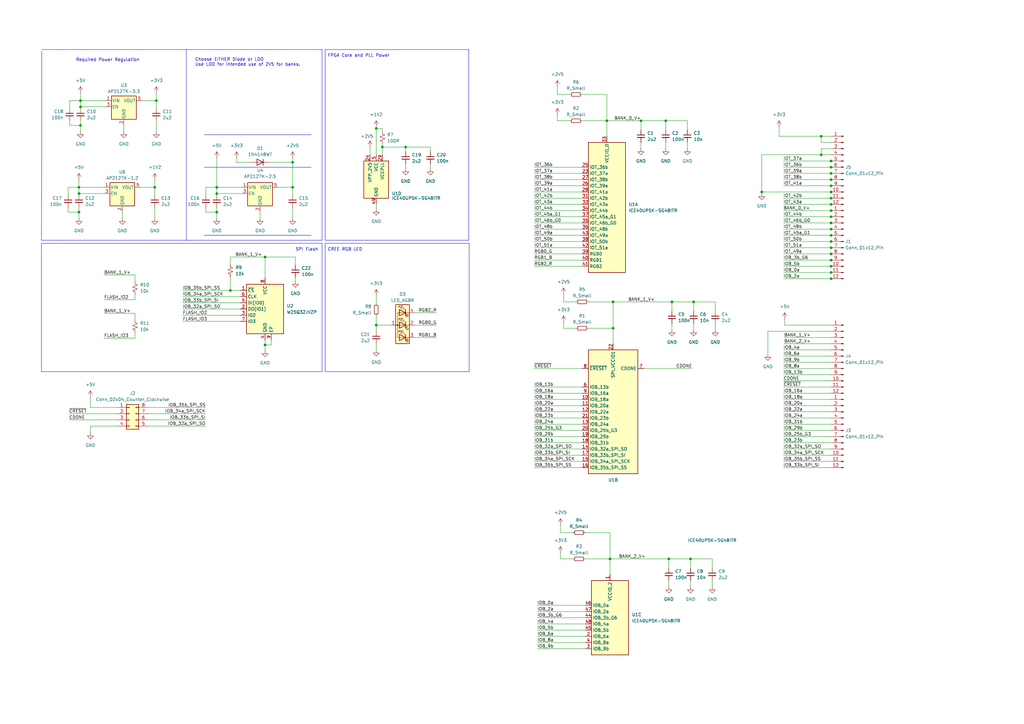
<source format=kicad_sch>
(kicad_sch (version 20230121) (generator eeschema)
  (paper "A3")
  (junction (at 248.92 49.53))
  (junction (at 250.19 229.235))
  (junction (at 166.37 60.325))
  (junction (at 88.9 79.375))
  (junction (at 33.02 43.815))
  (junction (at 32.385 76.835))
  (junction (at 32.385 79.375))
  (junction (at 32.385 86.995))
  (junction (at 108.712 141.478))
  (junction (at 340.868 86.36))
  (junction (at 312.42 78.74))
  (junction (at 340.868 81.28))
  (junction (at 340.868 68.58))
  (junction (at 336.804 63.5))
  (junction (at 274.32 229.235))
  (junction (at 340.868 71.12))
  (junction (at 88.9 86.995))
  (junction (at 33.02 41.275))
  (junction (at 340.868 78.74))
  (junction (at 262.89 49.53))
  (junction (at 340.868 106.68))
  (junction (at 94.488 119.126))
  (junction (at 284.48 123.825))
  (junction (at 64.135 41.275))
  (junction (at 340.868 76.2))
  (junction (at 273.05 49.53))
  (junction (at 251.46 123.825))
  (junction (at 340.868 73.66))
  (junction (at 275.59 123.825))
  (junction (at 340.868 91.44))
  (junction (at 340.868 66.04))
  (junction (at 340.868 99.06))
  (junction (at 120.015 76.835))
  (junction (at 340.868 111.76))
  (junction (at 88.9 76.835))
  (junction (at 340.868 104.14))
  (junction (at 340.868 96.52))
  (junction (at 156.845 60.325))
  (junction (at 340.868 101.6))
  (junction (at 63.5 76.835))
  (junction (at 283.21 229.235))
  (junction (at 154.305 52.705))
  (junction (at 340.868 114.3))
  (junction (at 340.868 83.82))
  (junction (at 154.305 133.35))
  (junction (at 33.02 51.435))
  (junction (at 120.015 66.548))
  (junction (at 340.868 109.22))
  (junction (at 340.868 88.9))
  (junction (at 340.868 93.98))
  (junction (at 108.712 105.41))
  (junction (at 251.46 134.62))
  (junction (at 336.804 55.88))
  (wire (pts (xy 274.32 233.045) (xy 274.32 229.235)))
  (wire (pts (xy 121.158 108.712) (xy 121.158 105.41)))
  (wire (pts (xy 108.712 105.41) (xy 108.712 114.046)))
  (wire (pts (xy 275.59 132.715) (xy 275.59 135.255)))
  (wire (pts (xy 166.37 67.31) (xy 166.37 69.215)))
  (wire (pts (xy 84.455 76.835) (xy 84.455 80.01)))
  (wire (pts (xy 219.075 86.36) (xy 238.76 86.36)))
  (wire (pts (xy 220.345 253.365) (xy 240.03 253.365)))
  (polyline (pts (xy 192.278 20.32) (xy 192.278 98.552)))
  (wire (pts (xy 33.02 51.435) (xy 33.02 53.975)))
  (wire (pts (xy 229.87 229.235) (xy 234.95 229.235)))
  (wire (pts (xy 88.9 76.835) (xy 88.9 79.375)))
  (wire (pts (xy 33.02 49.53) (xy 33.02 51.435)))
  (wire (pts (xy 238.76 49.53) (xy 248.92 49.53)))
  (wire (pts (xy 273.05 53.34) (xy 273.05 49.53)))
  (wire (pts (xy 340.868 83.82) (xy 340.995 83.82)))
  (wire (pts (xy 28.575 41.275) (xy 28.575 44.45)))
  (polyline (pts (xy 83.82 68.58) (xy 127.635 68.58)))
  (polyline (pts (xy 133.35 98.552) (xy 133.35 20.32)))
  (wire (pts (xy 219.075 99.06) (xy 238.76 99.06)))
  (wire (pts (xy 228.6 38.735) (xy 233.68 38.735)))
  (polyline (pts (xy 127.635 55.245) (xy 83.82 55.245)))
  (wire (pts (xy 170.18 128.27) (xy 179.07 128.27)))
  (wire (pts (xy 321.31 71.12) (xy 340.868 71.12)))
  (polyline (pts (xy 76.835 98.552) (xy 132.08 98.552)))
  (wire (pts (xy 321.31 158.75) (xy 340.868 158.75)))
  (wire (pts (xy 321.31 181.61) (xy 340.868 181.61)))
  (wire (pts (xy 84.328 169.672) (xy 60.706 169.672)))
  (wire (pts (xy 219.075 171.45) (xy 238.76 171.45)))
  (wire (pts (xy 154.305 140.97) (xy 154.305 143.51)))
  (wire (pts (xy 321.31 173.99) (xy 340.868 173.99)))
  (wire (pts (xy 321.31 171.45) (xy 340.868 171.45)))
  (wire (pts (xy 241.3 123.825) (xy 251.46 123.825)))
  (wire (pts (xy 251.46 123.825) (xy 275.59 123.825)))
  (wire (pts (xy 120.015 64.77) (xy 120.015 66.548)))
  (wire (pts (xy 340.868 114.3) (xy 340.995 114.3)))
  (wire (pts (xy 340.868 99.06) (xy 340.995 99.06)))
  (wire (pts (xy 231.14 132.08) (xy 231.14 134.62)))
  (wire (pts (xy 321.31 76.2) (xy 340.868 76.2)))
  (wire (pts (xy 340.868 104.14) (xy 340.995 104.14)))
  (wire (pts (xy 321.31 186.69) (xy 340.868 186.69)))
  (wire (pts (xy 108.712 141.478) (xy 108.712 143.764)))
  (wire (pts (xy 248.92 49.53) (xy 248.92 55.88)))
  (wire (pts (xy 321.31 99.06) (xy 340.868 99.06)))
  (wire (pts (xy 42.672 112.776) (xy 55.372 112.776)))
  (wire (pts (xy 33.02 41.275) (xy 43.18 41.275)))
  (wire (pts (xy 281.94 49.53) (xy 273.05 49.53)))
  (wire (pts (xy 219.075 81.28) (xy 238.76 81.28)))
  (wire (pts (xy 219.075 189.23) (xy 238.76 189.23)))
  (wire (pts (xy 88.9 86.995) (xy 88.9 89.535)))
  (wire (pts (xy 32.385 76.835) (xy 32.385 79.375)))
  (wire (pts (xy 336.804 63.5) (xy 340.868 63.5)))
  (wire (pts (xy 248.92 38.735) (xy 248.92 49.53)))
  (wire (pts (xy 154.305 52.705) (xy 154.305 63.5)))
  (wire (pts (xy 88.9 76.835) (xy 84.455 76.835)))
  (wire (pts (xy 88.9 64.77) (xy 88.9 76.835)))
  (wire (pts (xy 321.31 179.07) (xy 340.868 179.07)))
  (wire (pts (xy 151.765 60.325) (xy 151.765 63.5)))
  (polyline (pts (xy 132.08 20.32) (xy 24.765 20.32)))
  (wire (pts (xy 33.02 41.275) (xy 28.575 41.275)))
  (wire (pts (xy 154.305 133.35) (xy 154.305 135.89)))
  (wire (pts (xy 108.712 141.478) (xy 111.252 141.478)))
  (wire (pts (xy 32.385 79.375) (xy 42.545 79.375)))
  (wire (pts (xy 55.372 138.684) (xy 55.372 136.398)))
  (wire (pts (xy 219.075 161.29) (xy 238.76 161.29)))
  (wire (pts (xy 120.015 76.835) (xy 114.3 76.835)))
  (wire (pts (xy 219.075 176.53) (xy 238.76 176.53)))
  (wire (pts (xy 250.19 229.235) (xy 274.32 229.235)))
  (wire (pts (xy 106.68 86.995) (xy 106.68 89.535)))
  (wire (pts (xy 219.075 179.07) (xy 238.76 179.07)))
  (wire (pts (xy 84.328 172.212) (xy 60.706 172.212)))
  (wire (pts (xy 27.94 76.835) (xy 27.94 80.01)))
  (wire (pts (xy 219.075 93.98) (xy 238.76 93.98)))
  (wire (pts (xy 340.868 68.58) (xy 340.995 68.58)))
  (wire (pts (xy 321.31 176.53) (xy 340.868 176.53)))
  (wire (pts (xy 321.31 166.37) (xy 340.868 166.37)))
  (wire (pts (xy 88.9 85.09) (xy 88.9 86.995)))
  (wire (pts (xy 251.46 134.62) (xy 251.46 140.97)))
  (wire (pts (xy 42.672 138.684) (xy 55.372 138.684)))
  (polyline (pts (xy 17.018 98.552) (xy 24.892 98.552)))
  (wire (pts (xy 336.804 60.96) (xy 336.804 63.5)))
  (wire (pts (xy 262.89 53.34) (xy 262.89 49.53)))
  (wire (pts (xy 336.804 55.88) (xy 336.804 58.42)))
  (wire (pts (xy 219.075 106.68) (xy 238.76 106.68)))
  (wire (pts (xy 219.075 184.15) (xy 238.76 184.15)))
  (wire (pts (xy 340.868 135.89) (xy 314.96 135.89)))
  (wire (pts (xy 340.868 88.9) (xy 340.995 88.9)))
  (wire (pts (xy 32.385 86.995) (xy 32.385 89.535)))
  (wire (pts (xy 321.31 93.98) (xy 340.868 93.98)))
  (wire (pts (xy 321.31 83.82) (xy 340.868 83.82)))
  (wire (pts (xy 219.075 101.6) (xy 238.76 101.6)))
  (wire (pts (xy 340.868 106.68) (xy 340.995 106.68)))
  (wire (pts (xy 121.158 113.792) (xy 121.158 115.316)))
  (wire (pts (xy 64.135 41.275) (xy 58.42 41.275)))
  (wire (pts (xy 33.02 43.815) (xy 43.18 43.815)))
  (wire (pts (xy 273.05 49.53) (xy 262.89 49.53)))
  (polyline (pts (xy 17.018 152.4) (xy 17.018 99.822)))
  (wire (pts (xy 176.53 60.325) (xy 166.37 60.325)))
  (wire (pts (xy 321.31 161.29) (xy 340.868 161.29)))
  (wire (pts (xy 340.868 109.22) (xy 340.995 109.22)))
  (wire (pts (xy 176.53 67.31) (xy 176.53 69.215)))
  (wire (pts (xy 219.075 104.14) (xy 238.76 104.14)))
  (wire (pts (xy 55.372 128.524) (xy 55.372 131.318)))
  (wire (pts (xy 340.868 71.12) (xy 340.995 71.12)))
  (wire (pts (xy 240.03 229.235) (xy 250.19 229.235)))
  (polyline (pts (xy 133.35 99.822) (xy 192.405 99.822)))
  (wire (pts (xy 220.345 255.905) (xy 240.03 255.905)))
  (polyline (pts (xy 133.35 99.822) (xy 133.35 152.4)))
  (wire (pts (xy 231.14 134.62) (xy 236.22 134.62)))
  (wire (pts (xy 120.015 66.548) (xy 120.015 76.835)))
  (wire (pts (xy 321.31 163.83) (xy 340.868 163.83)))
  (wire (pts (xy 312.42 63.5) (xy 312.42 78.74)))
  (wire (pts (xy 28.321 172.212) (xy 48.006 172.212)))
  (wire (pts (xy 84.455 85.09) (xy 84.455 86.995)))
  (wire (pts (xy 37.084 162.814) (xy 37.084 167.132)))
  (wire (pts (xy 340.868 91.44) (xy 340.995 91.44)))
  (wire (pts (xy 231.14 123.825) (xy 236.22 123.825)))
  (wire (pts (xy 273.05 58.42) (xy 273.05 60.96)))
  (wire (pts (xy 340.868 93.98) (xy 340.995 93.98)))
  (wire (pts (xy 219.075 71.12) (xy 238.76 71.12)))
  (wire (pts (xy 250.19 229.235) (xy 250.19 235.585)))
  (wire (pts (xy 340.868 73.66) (xy 340.995 73.66)))
  (wire (pts (xy 321.31 151.13) (xy 340.868 151.13)))
  (wire (pts (xy 321.31 146.05) (xy 340.868 146.05)))
  (wire (pts (xy 219.075 151.13) (xy 238.76 151.13)))
  (wire (pts (xy 251.46 123.825) (xy 251.46 134.62)))
  (wire (pts (xy 321.31 73.66) (xy 340.868 73.66)))
  (wire (pts (xy 50.8 51.435) (xy 50.8 53.975)))
  (wire (pts (xy 219.075 186.69) (xy 238.76 186.69)))
  (wire (pts (xy 27.94 86.995) (xy 32.385 86.995)))
  (wire (pts (xy 50.165 86.995) (xy 50.165 89.535)))
  (wire (pts (xy 321.31 68.58) (xy 340.868 68.58)))
  (wire (pts (xy 156.845 60.325) (xy 156.845 63.5)))
  (wire (pts (xy 274.32 238.125) (xy 274.32 240.665)))
  (wire (pts (xy 250.19 218.44) (xy 250.19 229.235)))
  (wire (pts (xy 37.084 174.752) (xy 48.006 174.752)))
  (wire (pts (xy 32.385 76.835) (xy 42.545 76.835)))
  (wire (pts (xy 219.075 181.61) (xy 238.76 181.61)))
  (polyline (pts (xy 132.08 152.4) (xy 17.018 152.4)))
  (wire (pts (xy 219.075 78.74) (xy 238.76 78.74)))
  (wire (pts (xy 275.59 127.635) (xy 275.59 123.825)))
  (wire (pts (xy 33.02 41.275) (xy 33.02 43.815)))
  (wire (pts (xy 312.42 78.74) (xy 340.868 78.74)))
  (wire (pts (xy 321.31 168.91) (xy 340.868 168.91)))
  (wire (pts (xy 284.48 127.635) (xy 284.48 123.825)))
  (wire (pts (xy 229.87 218.44) (xy 234.95 218.44)))
  (polyline (pts (xy 24.892 98.552) (xy 76.454 98.552)))
  (wire (pts (xy 154.305 52.705) (xy 156.845 52.705)))
  (wire (pts (xy 219.075 109.22) (xy 238.76 109.22)))
  (wire (pts (xy 32.385 85.09) (xy 32.385 86.995)))
  (wire (pts (xy 154.305 83.82) (xy 154.305 85.725)))
  (wire (pts (xy 111.252 139.446) (xy 111.252 141.478)))
  (wire (pts (xy 220.345 248.285) (xy 240.03 248.285)))
  (wire (pts (xy 293.37 132.715) (xy 293.37 135.255)))
  (wire (pts (xy 340.868 58.42) (xy 336.804 58.42)))
  (wire (pts (xy 84.455 86.995) (xy 88.9 86.995)))
  (wire (pts (xy 219.075 96.52) (xy 238.76 96.52)))
  (wire (pts (xy 32.385 79.375) (xy 32.385 80.01)))
  (wire (pts (xy 321.31 66.04) (xy 340.868 66.04)))
  (wire (pts (xy 166.37 62.23) (xy 166.37 60.325)))
  (wire (pts (xy 219.075 88.9) (xy 238.76 88.9)))
  (wire (pts (xy 321.31 156.21) (xy 340.868 156.21)))
  (wire (pts (xy 238.76 38.735) (xy 248.92 38.735)))
  (wire (pts (xy 284.48 132.715) (xy 284.48 135.255)))
  (wire (pts (xy 27.94 85.09) (xy 27.94 86.995)))
  (wire (pts (xy 340.868 81.28) (xy 340.995 81.28)))
  (wire (pts (xy 97.028 66.548) (xy 97.028 64.77)))
  (wire (pts (xy 84.328 174.752) (xy 60.706 174.752)))
  (wire (pts (xy 340.868 96.52) (xy 340.995 96.52)))
  (wire (pts (xy 219.075 91.44) (xy 238.76 91.44)))
  (wire (pts (xy 281.94 58.42) (xy 281.94 60.96)))
  (wire (pts (xy 102.87 66.548) (xy 97.028 66.548)))
  (wire (pts (xy 314.96 135.89) (xy 314.96 145.288)))
  (polyline (pts (xy 76.454 98.552) (xy 76.962 98.552)))
  (wire (pts (xy 156.845 53.975) (xy 156.845 52.705)))
  (wire (pts (xy 220.345 258.445) (xy 240.03 258.445)))
  (wire (pts (xy 108.712 139.446) (xy 108.712 141.478)))
  (wire (pts (xy 42.672 122.936) (xy 55.372 122.936)))
  (wire (pts (xy 312.42 78.74) (xy 312.42 79.375)))
  (wire (pts (xy 229.87 226.695) (xy 229.87 229.235)))
  (wire (pts (xy 321.31 88.9) (xy 340.868 88.9)))
  (wire (pts (xy 321.818 133.35) (xy 340.868 133.35)))
  (wire (pts (xy 74.93 119.126) (xy 94.488 119.126)))
  (wire (pts (xy 120.015 85.09) (xy 120.015 89.535)))
  (wire (pts (xy 28.321 169.672) (xy 48.006 169.672)))
  (wire (pts (xy 321.31 111.76) (xy 340.868 111.76)))
  (wire (pts (xy 98.552 119.126) (xy 94.488 119.126)))
  (wire (pts (xy 321.31 189.23) (xy 340.868 189.23)))
  (wire (pts (xy 240.03 218.44) (xy 250.19 218.44)))
  (wire (pts (xy 219.075 73.66) (xy 238.76 73.66)))
  (wire (pts (xy 293.37 127.635) (xy 293.37 123.825)))
  (wire (pts (xy 283.21 229.235) (xy 292.1 229.235)))
  (wire (pts (xy 37.084 177.546) (xy 37.084 174.752)))
  (polyline (pts (xy 192.405 152.4) (xy 192.405 99.822)))
  (wire (pts (xy 55.372 122.936) (xy 55.372 120.65)))
  (wire (pts (xy 219.075 191.77) (xy 238.76 191.77)))
  (polyline (pts (xy 17.018 99.822) (xy 132.08 99.822)))
  (wire (pts (xy 228.6 49.53) (xy 233.68 49.53)))
  (wire (pts (xy 32.385 73.66) (xy 32.385 76.835)))
  (wire (pts (xy 63.5 76.835) (xy 63.5 80.01)))
  (wire (pts (xy 321.31 104.14) (xy 340.868 104.14)))
  (polyline (pts (xy 132.08 98.552) (xy 132.08 20.32)))
  (polyline (pts (xy 83.82 96.52) (xy 127.635 96.52)))
  (polyline (pts (xy 132.08 99.822) (xy 132.08 152.4)))
  (wire (pts (xy 166.37 60.325) (xy 156.845 60.325)))
  (wire (pts (xy 321.31 101.6) (xy 340.868 101.6)))
  (wire (pts (xy 219.075 83.82) (xy 238.76 83.82)))
  (wire (pts (xy 321.31 153.67) (xy 340.868 153.67)))
  (wire (pts (xy 283.21 229.235) (xy 274.32 229.235)))
  (wire (pts (xy 219.075 68.58) (xy 238.76 68.58)))
  (wire (pts (xy 228.6 35.56) (xy 228.6 38.735)))
  (polyline (pts (xy 133.35 98.552) (xy 192.278 98.552)))
  (polyline (pts (xy 133.35 20.32) (xy 192.278 20.32)))
  (wire (pts (xy 220.345 260.985) (xy 240.03 260.985)))
  (polyline (pts (xy 17.145 20.32) (xy 24.765 20.32)))
  (wire (pts (xy 154.305 121.285) (xy 154.305 124.46)))
  (wire (pts (xy 340.868 101.6) (xy 340.995 101.6)))
  (wire (pts (xy 319.532 55.88) (xy 336.804 55.88)))
  (wire (pts (xy 120.015 76.835) (xy 120.015 80.01)))
  (wire (pts (xy 321.564 140.97) (xy 340.868 140.97)))
  (polyline (pts (xy 133.35 152.4) (xy 192.405 152.4)))
  (wire (pts (xy 231.14 120.65) (xy 231.14 123.825)))
  (wire (pts (xy 321.31 109.22) (xy 340.868 109.22)))
  (wire (pts (xy 321.31 96.52) (xy 340.868 96.52)))
  (wire (pts (xy 154.305 129.54) (xy 154.305 133.35)))
  (wire (pts (xy 321.31 106.68) (xy 340.868 106.68)))
  (wire (pts (xy 340.868 76.2) (xy 340.995 76.2)))
  (wire (pts (xy 154.305 52.07) (xy 154.305 52.705)))
  (wire (pts (xy 64.135 38.1) (xy 64.135 41.275)))
  (wire (pts (xy 154.305 133.35) (xy 160.02 133.35)))
  (wire (pts (xy 74.93 121.666) (xy 98.552 121.666)))
  (wire (pts (xy 321.31 191.77) (xy 340.868 191.77)))
  (wire (pts (xy 220.345 266.065) (xy 240.03 266.065)))
  (polyline (pts (xy 76.454 20.193) (xy 76.454 98.552)))
  (wire (pts (xy 74.93 126.746) (xy 98.552 126.746)))
  (wire (pts (xy 74.93 129.286) (xy 98.552 129.286)))
  (wire (pts (xy 94.488 105.41) (xy 94.488 108.458)))
  (wire (pts (xy 94.488 105.41) (xy 108.712 105.41)))
  (wire (pts (xy 88.9 79.375) (xy 99.06 79.375)))
  (wire (pts (xy 321.31 86.36) (xy 340.868 86.36)))
  (wire (pts (xy 321.31 143.51) (xy 340.868 143.51)))
  (wire (pts (xy 110.49 66.548) (xy 120.015 66.548)))
  (wire (pts (xy 33.02 38.1) (xy 33.02 41.275)))
  (wire (pts (xy 284.48 123.825) (xy 293.37 123.825)))
  (wire (pts (xy 74.93 124.206) (xy 98.552 124.206)))
  (wire (pts (xy 219.075 158.75) (xy 238.76 158.75)))
  (wire (pts (xy 63.5 76.835) (xy 57.785 76.835)))
  (wire (pts (xy 88.9 76.835) (xy 99.06 76.835)))
  (wire (pts (xy 283.21 233.045) (xy 283.21 229.235)))
  (wire (pts (xy 63.5 85.09) (xy 63.5 89.535)))
  (wire (pts (xy 229.87 215.265) (xy 229.87 218.44)))
  (wire (pts (xy 262.89 58.42) (xy 262.89 60.96)))
  (wire (pts (xy 336.804 55.88) (xy 340.868 55.88)))
  (wire (pts (xy 219.075 163.83) (xy 238.76 163.83)))
  (wire (pts (xy 283.21 238.125) (xy 283.21 240.665)))
  (wire (pts (xy 220.345 263.525) (xy 240.03 263.525)))
  (wire (pts (xy 60.706 167.132) (xy 84.328 167.132)))
  (wire (pts (xy 176.53 62.23) (xy 176.53 60.325)))
  (wire (pts (xy 340.868 111.76) (xy 340.995 111.76)))
  (wire (pts (xy 340.868 60.96) (xy 336.804 60.96)))
  (wire (pts (xy 321.564 138.43) (xy 340.868 138.43)))
  (wire (pts (xy 219.075 166.37) (xy 238.76 166.37)))
  (wire (pts (xy 64.135 49.53) (xy 64.135 53.975)))
  (wire (pts (xy 321.31 81.28) (xy 340.868 81.28)))
  (wire (pts (xy 292.1 233.045) (xy 292.1 229.235)))
  (wire (pts (xy 292.1 238.125) (xy 292.1 240.665)))
  (wire (pts (xy 28.575 51.435) (xy 33.02 51.435)))
  (wire (pts (xy 228.6 46.99) (xy 228.6 49.53)))
  (wire (pts (xy 170.18 138.43) (xy 179.07 138.43)))
  (wire (pts (xy 321.31 91.44) (xy 340.868 91.44)))
  (wire (pts (xy 340.868 86.36) (xy 340.995 86.36)))
  (wire (pts (xy 336.804 63.5) (xy 312.42 63.5)))
  (wire (pts (xy 219.075 173.99) (xy 238.76 173.99)))
  (wire (pts (xy 219.075 168.91) (xy 238.76 168.91)))
  (wire (pts (xy 63.5 73.66) (xy 63.5 76.835)))
  (wire (pts (xy 262.89 49.53) (xy 248.92 49.53)))
  (wire (pts (xy 32.385 76.835) (xy 27.94 76.835)))
  (wire (pts (xy 64.135 41.275) (xy 64.135 44.45)))
  (wire (pts (xy 284.48 123.825) (xy 275.59 123.825)))
  (wire (pts (xy 170.18 133.35) (xy 179.07 133.35)))
  (wire (pts (xy 28.575 49.53) (xy 28.575 51.435)))
  (wire (pts (xy 121.158 105.41) (xy 108.712 105.41)))
  (wire (pts (xy 42.672 128.524) (xy 55.372 128.524)))
  (wire (pts (xy 340.868 78.74) (xy 340.995 78.74)))
  (wire (pts (xy 55.372 112.776) (xy 55.372 115.57)))
  (wire (pts (xy 220.345 250.825) (xy 240.03 250.825)))
  (polyline (pts (xy 17.145 21.082) (xy 17.018 98.552)))
  (wire (pts (xy 321.31 184.15) (xy 340.868 184.15)))
  (wire (pts (xy 283.845 151.13) (xy 264.16 151.13)))
  (wire (pts (xy 281.94 53.34) (xy 281.94 49.53)))
  (wire (pts (xy 321.31 114.3) (xy 340.868 114.3)))
  (wire (pts (xy 33.02 43.815) (xy 33.02 44.45)))
  (wire (pts (xy 88.9 79.375) (xy 88.9 80.01)))
  (wire (pts (xy 321.31 148.59) (xy 340.868 148.59)))
  (wire (pts (xy 219.075 76.2) (xy 238.76 76.2)))
  (wire (pts (xy 321.818 130.81) (xy 321.818 133.35)))
  (wire (pts (xy 74.93 131.826) (xy 98.552 131.826)))
  (wire (pts (xy 241.3 134.62) (xy 251.46 134.62)))
  (wire (pts (xy 319.532 52.07) (xy 319.532 55.88)))
  (wire (pts (xy 156.845 59.055) (xy 156.845 60.325)))
  (wire (pts (xy 340.868 66.04) (xy 340.995 66.04)))
  (wire (pts (xy 37.084 167.132) (xy 48.006 167.132)))
  (wire (pts (xy 94.488 119.126) (xy 94.488 113.538)))
  (text "Choose EITHER Diode or LDO\nUse LDO for intended use of 2V5 for banks." (at 80.01 27.305 0) (effects (font (size 1.27 1.27)) (justify left bottom)))
  (text "Required Power Regulation" (at 31.115 25.4 0) (effects (font (size 1.27 1.27)) (justify left bottom)))
  (text "CREE RGB LED" (at 134.366 103.124 0) (effects (font (size 1.27 1.27)) (justify left bottom)))
  (text "FPGA Core and PLL Power" (at 134.366 23.622 0) (effects (font (size 1.27 1.27)) (justify left bottom)))
  (text "SPI Flash" (at 121.158 103.124 0) (effects (font (size 1.27 1.27)) (justify left bottom)))
  (label "IOB_32a_SPI_SO" (at 84.328 174.752 180))
  (label "IOT_39a" (at 321.31 71.12 0))
  (label "IOB_0a" (at 220.345 248.285 0))
  (label "IOB_25b_G3" (at 219.075 176.53 0))
  (label "RGB1_B" (at 219.075 106.68 0))
  (label "IOB_34a_SPI_SCK" (at 84.328 169.672 180))
  (label "IOB_3b_G6" (at 220.345 253.365 0))
  (label "IOT_49a" (at 321.31 104.14 0))
  (label "IOT_46b_G0" (at 321.31 91.44 0))
  (label "CDONE" (at 283.845 151.13 180))
  (label "IOB_34a_SPI_SCK" (at 219.075 189.23 0))
  (label "IOT_48b" (at 321.31 93.98 0))
  (label "IOB_20a" (at 321.31 166.37 0))
  (label "IOB_0a" (at 321.31 111.76 0))
  (label "IOB_32a_SPI_SO" (at 74.93 126.746 0))
  (label "IOB_32a_SPI_SO" (at 321.31 184.15 0))
  (label "FLASH_IO2" (at 74.93 129.286 0))
  (label "IOT_44b" (at 219.075 86.36 0))
  (label "IOB_35b_SPI_SS" (at 84.328 167.132 180))
  (label "IOT_41a" (at 219.075 78.74 0))
  (label "IOB_33b_SPI_SI" (at 219.075 186.69 0))
  (label "IOB_23b" (at 321.31 181.61 0))
  (label "IOB_6a" (at 321.31 146.05 0))
  (label "IOB_4a" (at 321.31 143.51 0))
  (label "IOT_42b" (at 219.075 81.28 0))
  (label "IOB_13b" (at 321.31 153.67 0))
  (label "IOB_23b" (at 219.075 171.45 0))
  (label "IOB_31b" (at 321.31 173.99 0))
  (label "IOB_2a" (at 321.31 114.3 0))
  (label "IOT_51a" (at 321.31 101.6 0))
  (label "BANK_1_V+" (at 268.605 123.825 180))
  (label "IOB_34a_SPI_SCK" (at 321.31 186.69 0))
  (label "IOB_32a_SPI_SO" (at 219.075 184.15 0))
  (label "IOB_31b" (at 219.075 181.61 0))
  (label "IOT_37a" (at 219.075 71.12 0))
  (label "IOT_37a" (at 321.31 66.04 0))
  (label "IOB_8a" (at 321.31 151.13 0))
  (label "IOT_38b" (at 321.31 73.66 0))
  (label "FLASH_IO3" (at 74.93 131.826 0))
  (label "IOT_51a" (at 219.075 101.6 0))
  (label "BANK_1_V+" (at 321.564 138.43 0))
  (label "IOT_43a" (at 321.31 83.82 0))
  (label "IOB_8a" (at 220.345 263.525 0))
  (label "IOB_34a_SPI_SCK" (at 74.93 121.666 0))
  (label "BANK_1_V+" (at 96.52 105.41 0))
  (label "IOB_16a" (at 321.31 161.29 0))
  (label "BANK_2_V+" (at 321.564 140.97 0))
  (label "IOB_29b" (at 321.31 176.53 0))
  (label "FLASH_IO2" (at 42.672 122.936 0))
  (label "BANK_1_V+" (at 42.672 128.524 0))
  (label "IOT_45a_G1" (at 219.075 88.9 0))
  (label "IOB_35b_SPI_SS" (at 74.93 119.126 0))
  (label "IOB_13b" (at 219.075 158.75 0))
  (label "RGB0_G" (at 179.07 133.35 180))
  (label "IOT_38b" (at 219.075 73.66 0))
  (label "IOB_29b" (at 219.075 179.07 0))
  (label "IOB_9b" (at 220.345 266.065 0))
  (label "IOB_24a" (at 321.31 171.45 0))
  (label "FLASH_IO3" (at 42.672 138.684 0))
  (label "IOB_5b" (at 321.31 109.22 0))
  (label "IOB_35b_SPI_SS" (at 321.31 189.23 0))
  (label "IOB_33b_SPI_SI" (at 74.93 124.206 0))
  (label "~{CRESET}" (at 28.321 169.672 0))
  (label "IOT_49a" (at 219.075 96.52 0))
  (label "IOT_36b" (at 219.075 68.58 0))
  (label "IOB_24a" (at 219.075 173.99 0))
  (label "IOT_50b" (at 321.31 99.06 0))
  (label "IOB_5b" (at 220.345 258.445 0))
  (label "IOB_2a" (at 220.345 250.825 0))
  (label "IOB_22a" (at 219.075 168.91 0))
  (label "IOB_3b_G6" (at 321.31 106.68 0))
  (label "IOB_25b_G3" (at 321.31 179.07 0))
  (label "RGB2_R" (at 179.07 128.27 180))
  (label "IOB_20a" (at 219.075 166.37 0))
  (label "IOB_35b_SPI_SS" (at 219.075 191.77 0))
  (label "IOT_43a" (at 219.075 83.82 0))
  (label "IOT_36b" (at 321.31 68.58 0))
  (label "IOB_22a" (at 321.31 168.91 0))
  (label "IOT_50b" (at 219.075 99.06 0))
  (label "IOB_18a" (at 321.31 163.83 0))
  (label "BANK_0_V+" (at 321.31 86.36 0))
  (label "IOT_39a" (at 219.075 76.2 0))
  (label "CDONE" (at 321.31 156.21 0))
  (label "~{CRESET}" (at 219.075 151.13 0))
  (label "BANK_2_V+" (at 264.795 229.235 180))
  (label "IOT_46b_G0" (at 219.075 91.44 0))
  (label "IOB_33b_SPI_SI" (at 84.328 172.212 180))
  (label "IOB_6a" (at 220.345 260.985 0))
  (label "IOT_48b" (at 219.075 93.98 0))
  (label "~{CRESET}" (at 321.31 158.75 0))
  (label "IOB_4a" (at 220.345 255.905 0))
  (label "RGB2_R" (at 219.075 109.22 0))
  (label "IOT_41a" (at 321.31 76.2 0))
  (label "IOB_9b" (at 321.31 148.59 0))
  (label "IOB_16a" (at 219.075 161.29 0))
  (label "IOB_33b_SPI_SI" (at 321.31 191.77 0))
  (label "IOT_44b" (at 321.31 88.9 0))
  (label "BANK_0_V+" (at 262.89 49.53 180))
  (label "IOB_18a" (at 219.075 163.83 0))
  (label "RGB0_G" (at 219.075 104.14 0))
  (label "IOT_42b" (at 321.31 81.28 0))
  (label "BANK_1_V+" (at 42.672 112.776 0))
  (label "IOT_45a_G1" (at 321.31 96.52 0))
  (label "RGB1_B" (at 179.07 138.43 180))
  (label "CDONE" (at 28.321 172.212 0))
  (symbol (lib_id "Connector:Conn_01x12_Pin") (at 345.948 146.05 0) (mirror y) (unit 1)
    (property "Reference" "J4" (at 346.71 146.05 0) (effects (justify right)))
    (property "Value" "Conn_01x12_Pin" (at 346.71 148.59 0) (effects (justify right)))
    (property "Footprint" "Connector_PinSocket_2.54mm:PinSocket_1x12_P2.54mm_Vertical" (effects hide))
  )
  (symbol (lib_id "power:GND") (at 106.68 89.535 0) (unit 1)
    (property "Reference" "#PWR031" (effects hide))
    (property "Value" "GND" (at 106.68 94.615 0))
  )
  (symbol (lib_id "power:GND") (at 293.37 135.255 0) (unit 1)
    (property "Reference" "#PWR06" (effects hide))
    (property "Value" "GND" (at 293.37 140.335 0))
  )
  (symbol (lib_id "Device:R_Small") (at 154.305 127 0) (mirror x) (unit 1)
    (property "Reference" "R8" (at 152.4 125.73 0) (effects (justify right)))
    (property "Value" "R_Small" (at 152.4 128.27 0) (effects (justify right)))
    (property "Footprint" "Resistor_SMD:R_0603_1608Metric_Pad0.98x0.95mm_HandSolder" (effects hide))
  )
  (symbol (lib_id "power:GND") (at 64.135 53.975 0) (unit 1)
    (property "Reference" "#PWR023" (effects hide))
    (property "Value" "GND" (at 64.135 59.055 0))
  )
  (symbol (lib_id "power:GND") (at 154.305 85.725 0) (unit 1)
    (property "Reference" "#PWR018" (effects hide))
    (property "Value" "GND" (at 154.305 90.805 0))
  )
  (symbol (lib_id "Connector:Conn_01x12_Pin") (at 345.948 99.06 0) (mirror y) (unit 1)
    (property "Reference" "J1" (at 346.71 99.06 0) (effects (justify right)))
    (property "Value" "Conn_01x12_Pin" (at 346.71 101.6 0) (effects (justify right)))
    (property "Footprint" "Connector_PinSocket_2.54mm:PinSocket_1x12_P2.54mm_Vertical" (effects hide))
  )
  (symbol (lib_id "power:+3V3") (at 228.6 46.99 0) (unit 1)
    (property "Reference" "#PWR01" (effects hide))
    (property "Value" "+3V3" (at 228.6 41.91 0))
  )
  (symbol (lib_id "Device:C_Small") (at 88.9 82.55 0) (unit 1)
    (property "Reference" "C14" (at 91.44 81.2863 0) (effects (justify left)))
    (property "Value" "2u2" (at 91.44 83.8263 0) (effects (justify left)))
    (property "Footprint" "Capacitor_SMD:C_0603_1608Metric_Pad1.08x0.95mm_HandSolder" (effects hide))
  )
  (symbol (lib_id "power:+2V5") (at 231.14 120.65 0) (unit 1)
    (property "Reference" "#PWR014" (effects hide))
    (property "Value" "+2V5" (at 231.14 115.57 0))
  )
  (symbol (lib_id "Device:C_Small") (at 63.5 82.55 0) (unit 1)
    (property "Reference" "C13" (at 66.04 81.2863 0) (effects (justify left)))
    (property "Value" "2u2" (at 66.04 83.8263 0) (effects (justify left)))
    (property "Footprint" "Capacitor_SMD:C_0603_1608Metric_Pad1.08x0.95mm_HandSolder" (effects hide))
  )
  (symbol (lib_id "power:GND") (at 33.02 53.975 0) (unit 1)
    (property "Reference" "#PWR022" (effects hide))
    (property "Value" "GND" (at 33.02 59.055 0))
  )
  (symbol (lib_id "Device:C_Small") (at 274.32 235.585 0) (unit 1)
    (property "Reference" "C7" (at 276.86 234.3213 0) (effects (justify left)))
    (property "Value" "100n" (at 276.86 236.8613 0) (effects (justify left)))
    (property "Footprint" "Capacitor_SMD:C_0603_1608Metric_Pad1.08x0.95mm_HandSolder" (effects hide))
  )
  (symbol (lib_id "power:+3V3") (at 154.305 121.285 0) (unit 1)
    (property "Reference" "#PWR037" (effects hide))
    (property "Value" "+3V3" (at 154.305 116.205 0))
  )
  (symbol (lib_id "Device:C_Small") (at 120.015 82.55 0) (unit 1)
    (property "Reference" "C15" (at 122.555 81.2863 0) (effects (justify left)))
    (property "Value" "2u2" (at 122.555 83.8263 0) (effects (justify left)))
    (property "Footprint" "Capacitor_SMD:C_0603_1608Metric_Pad1.08x0.95mm_HandSolder" (effects hide))
  )
  (symbol (lib_id "power:GND") (at 176.53 69.215 0) (unit 1)
    (property "Reference" "#PWR032" (effects hide))
    (property "Value" "GND" (at 176.53 74.295 0))
  )
  (symbol (lib_id "power:GND") (at 108.712 143.764 0) (unit 1)
    (property "Reference" "#PWR040" (effects hide))
    (property "Value" "GND" (at 108.712 148.844 0))
  )
  (symbol (lib_id "power:GND") (at 292.1 240.665 0) (unit 1)
    (property "Reference" "#PWR012" (effects hide))
    (property "Value" "GND" (at 292.1 245.745 0))
  )
  (symbol (lib_id "power:GND") (at 37.084 177.546 0) (unit 1)
    (property "Reference" "#PWR045" (effects hide))
    (property "Value" "GND" (at 37.084 182.626 0))
  )
  (symbol (lib_id "power:+3V3") (at 319.532 52.07 0) (unit 1)
    (property "Reference" "#PWR043" (effects hide))
    (property "Value" "+3V3" (at 319.532 46.99 0))
  )
  (symbol (lib_id "power:GND") (at 63.5 89.535 0) (unit 1)
    (property "Reference" "#PWR028" (effects hide))
    (property "Value" "GND" (at 63.5 94.615 0))
  )
  (symbol (lib_id "power:GND") (at 50.165 89.535 0) (unit 1)
    (property "Reference" "#PWR026" (effects hide))
    (property "Value" "GND" (at 50.165 94.615 0))
  )
  (symbol (lib_id "Device:C_Small") (at 32.385 82.55 0) (unit 1)
    (property "Reference" "C12" (at 34.925 81.2863 0) (effects (justify left)))
    (property "Value" "2u2" (at 34.925 83.8263 0) (effects (justify left)))
    (property "Footprint" "Capacitor_SMD:C_0603_1608Metric_Pad1.08x0.95mm_HandSolder" (effects hide))
  )
  (symbol (lib_id "Device:C_Small") (at 284.48 130.175 0) (unit 1)
    (property "Reference" "C6" (at 287.02 128.9113 0) (effects (justify left)))
    (property "Value" "10n" (at 287.02 131.4513 0) (effects (justify left)))
    (property "Footprint" "Capacitor_SMD:C_0603_1608Metric_Pad1.08x0.95mm_HandSolder" (effects hide))
  )
  (symbol (lib_id "power:+3V3") (at 97.028 64.77 0) (unit 1)
    (property "Reference" "#PWR046" (effects hide))
    (property "Value" "+3V3" (at 97.028 59.69 0))
  )
  (symbol (lib_id "Device:R_Small_US") (at 156.845 56.515 0) (unit 1)
    (property "Reference" "R7" (at 158.75 55.245 0) (effects (justify left)))
    (property "Value" "100R" (at 158.75 57.785 0) (effects (justify left)))
    (property "Footprint" "Resistor_SMD:R_0603_1608Metric_Pad0.98x0.95mm_HandSolder" (effects hide))
  )
  (symbol (lib_id "power:+1V2") (at 63.5 73.66 0) (unit 1)
    (property "Reference" "#PWR035" (effects hide))
    (property "Value" "+1V2" (at 63.5 68.58 0))
  )
  (symbol (lib_id "Regulator_Linear:AP2127K-3.3") (at 50.8 43.815 0) (unit 1)
    (property "Reference" "U3" (at 50.8 34.925 0))
    (property "Value" "AP2127K-3.3" (at 50.8 37.465 0))
    (property "Footprint" "Package_TO_SOT_SMD:SOT-23-5" (effects hide))
    (property "Datasheet" "https://www.diodes.com/assets/Datasheets/AP2127.pdf" (effects hide))
  )
  (symbol (lib_id "Device:R_Small_US") (at 55.372 133.858 0) (unit 1)
    (property "Reference" "R11" (at 57.404 132.588 0) (effects (justify left)))
    (property "Value" "10k" (at 57.404 135.128 0) (effects (justify left)))
    (property "Footprint" "Resistor_SMD:R_0603_1608Metric_Pad0.98x0.95mm_HandSolder" (effects hide))
  )
  (symbol (lib_id "FPGA_Lattice:ICE40UP5K-SG48ITR") (at 250.19 253.365 0) (unit 3)
    (property "Reference" "U1" (at 259.08 252.095 0) (effects (justify left)))
    (property "Value" "ICE40UP5K-SG48ITR" (at 259.08 254.635 0) (effects (justify left)))
    (property "Footprint" "Package_DFN_QFN:QFN-48-1EP_7x7mm_P0.5mm_EP5.6x5.6mm" (effects hide))
    (property "Datasheet" "http://www.latticesemi.com/Products/FPGAandCPLD/iCE40Ultra" (effects hide))
  )
  (symbol (lib_id "Device:R_Small") (at 237.49 218.44 90) (unit 1)
    (property "Reference" "R4" (at 237.49 213.36 90))
    (property "Value" "R_Small" (at 237.49 215.9 90))
    (property "Footprint" "Resistor_SMD:R_0603_1608Metric_Pad0.98x0.95mm_HandSolder" (effects hide))
  )
  (symbol (lib_id "FPGA_Lattice:ICE40UP5K-SG48ITR") (at 154.305 73.66 0) (unit 4)
    (property "Reference" "U1" (at 160.655 79.375 0) (effects (justify left)))
    (property "Value" "ICE40UP5K-SG48ITR" (at 160.655 81.28 0) (effects (justify left)))
    (property "Footprint" "Package_DFN_QFN:QFN-48-1EP_7x7mm_P0.5mm_EP5.6x5.6mm" (effects hide))
    (property "Datasheet" "http://www.latticesemi.com/Products/FPGAandCPLD/iCE40Ultra" (effects hide))
  )
  (symbol (lib_id "Device:LED_AGBR") (at 165.1 133.35 0) (mirror y) (unit 1)
    (property "Reference" "D3" (at 165.1 120.65 0))
    (property "Value" "LED_AGBR" (at 165.1 123.19 0))
    (property "Footprint" "LED_SMD:LED_Cree-PLCC4_2x2mm_CW" (effects hide))
  )
  (symbol (lib_id "Device:C_Small") (at 27.94 82.55 0) (mirror y) (unit 1)
    (property "Reference" "C17" (at 25.4 81.2863 0) (effects (justify left)))
    (property "Value" "100n" (at 25.4 83.8263 0) (effects (justify left)))
    (property "Footprint" "Capacitor_SMD:C_0603_1608Metric_Pad1.08x0.95mm_HandSolder" (effects hide))
  )
  (symbol (lib_id "power:+3V3") (at 64.135 38.1 0) (unit 1)
    (property "Reference" "#PWR020" (effects hide))
    (property "Value" "+3V3" (at 64.135 33.02 0))
  )
  (symbol (lib_id "power:+2V5") (at 228.6 35.56 0) (unit 1)
    (property "Reference" "#PWR015" (effects hide))
    (property "Value" "+2V5" (at 228.6 30.48 0))
  )
  (symbol (lib_id "Device:R_Small") (at 236.22 38.735 90) (unit 1)
    (property "Reference" "R6" (at 236.22 33.655 90))
    (property "Value" "R_Small" (at 236.22 36.195 90))
    (property "Footprint" "Resistor_SMD:R_0603_1608Metric_Pad0.98x0.95mm_HandSolder" (effects hide))
  )
  (symbol (lib_id "Regulator_Linear:AP2127K-2.5") (at 106.68 79.375 0) (unit 1)
    (property "Reference" "U4" (at 106.68 69.85 0))
    (property "Value" "AP2127K-2.5" (at 106.68 72.39 0))
    (property "Footprint" "Package_TO_SOT_SMD:SOT-23-5" (effects hide))
    (property "Datasheet" "https://www.diodes.com/assets/Datasheets/AP2127.pdf" (effects hide))
  )
  (symbol (lib_id "power:GND") (at 314.96 145.288 0) (unit 1)
    (property "Reference" "#PWR042" (effects hide))
    (property "Value" "GND" (at 314.96 150.368 0))
  )
  (symbol (lib_id "power:GND") (at 121.158 115.316 0) (unit 1)
    (property "Reference" "#PWR039" (effects hide))
    (property "Value" "GND" (at 121.158 120.396 0))
  )
  (symbol (lib_id "FPGA_Lattice:ICE40UP5K-SG48ITR") (at 248.92 83.82 0) (unit 1)
    (property "Reference" "U1" (at 257.81 83.82 0) (effects (justify left)))
    (property "Value" "ICE40UP5K-SG48ITR" (at 257.81 86.36 0) (effects (justify left)))
    (property "Footprint" "Package_DFN_QFN:QFN-48-1EP_7x7mm_P0.5mm_EP5.6x5.6mm" (effects hide))
    (property "Datasheet" "http://www.latticesemi.com/Products/FPGAandCPLD/iCE40Ultra" (effects hide))
  )
  (symbol (lib_id "power:GND") (at 312.42 79.375 0) (unit 1)
    (property "Reference" "#PWR036" (effects hide))
    (property "Value" "GND" (at 312.42 84.455 0))
  )
  (symbol (lib_id "power:+5V") (at 88.9 64.77 0) (unit 1)
    (property "Reference" "#PWR029" (effects hide))
    (property "Value" "+5V" (at 88.9 59.69 0))
  )
  (symbol (lib_id "Device:C_Small") (at 293.37 130.175 0) (unit 1)
    (property "Reference" "C4" (at 295.91 128.9113 0) (effects (justify left)))
    (property "Value" "2u2" (at 295.91 131.4513 0) (effects (justify left)))
    (property "Footprint" "Capacitor_SMD:C_0603_1608Metric_Pad1.08x0.95mm_HandSolder" (effects hide))
  )
  (symbol (lib_id "power:GND") (at 120.015 89.535 0) (unit 1)
    (property "Reference" "#PWR033" (effects hide))
    (property "Value" "GND" (at 120.015 94.615 0))
  )
  (symbol (lib_id "Device:C_Small") (at 262.89 55.88 0) (unit 1)
    (property "Reference" "C1" (at 265.43 54.6163 0) (effects (justify left)))
    (property "Value" "2u2" (at 265.43 57.1563 0) (effects (justify left)))
    (property "Footprint" "Capacitor_SMD:C_0603_1608Metric_Pad1.08x0.95mm_HandSolder" (effects hide))
  )
  (symbol (lib_id "Memory_Flash:W25Q32JVZP") (at 108.712 126.746 0) (unit 1)
    (property "Reference" "U2" (at 117.602 125.476 0) (effects (justify left)))
    (property "Value" "W25Q32JVZP" (at 117.602 128.016 0) (effects (justify left)))
    (property "Footprint" "Package_SON:WSON-8-1EP_6x5mm_P1.27mm_EP3.4x4.3mm" (effects hide))
    (property "Datasheet" "http://www.winbond.com/resource-files/w25q32jv%20revg%2003272018%20plus.pdf" (effects hide))
  )
  (symbol (lib_id "Device:R_Small_US") (at 55.372 118.11 0) (unit 1)
    (property "Reference" "R10" (at 57.404 116.84 0) (effects (justify left)))
    (property "Value" "10k" (at 57.404 119.38 0) (effects (justify left)))
    (property "Footprint" "Resistor_SMD:R_0603_1608Metric_Pad0.98x0.95mm_HandSolder" (effects hide))
  )
  (symbol (lib_id "power:GND") (at 32.385 89.535 0) (unit 1)
    (property "Reference" "#PWR025" (effects hide))
    (property "Value" "GND" (at 32.385 94.615 0))
  )
  (symbol (lib_id "Device:R_Small") (at 237.49 229.235 90) (unit 1)
    (property "Reference" "R3" (at 237.49 224.155 90))
    (property "Value" "R_Small" (at 237.49 226.695 90))
    (property "Footprint" "Resistor_SMD:R_0603_1608Metric_Pad0.98x0.95mm_HandSolder" (effects hide))
  )
  (symbol (lib_id "Device:C_Small") (at 275.59 130.175 0) (unit 1)
    (property "Reference" "C5" (at 278.13 128.9113 0) (effects (justify left)))
    (property "Value" "100n" (at 278.13 131.4513 0) (effects (justify left)))
    (property "Footprint" "Capacitor_SMD:C_0603_1608Metric_Pad1.08x0.95mm_HandSolder" (effects hide))
  )
  (symbol (lib_id "power:+2V5") (at 151.765 60.325 0) (unit 1)
    (property "Reference" "#PWR016" (effects hide))
    (property "Value" "+2V5" (at 150.495 55.88 0))
  )
  (symbol (lib_id "Connector:Conn_01x12_Pin") (at 345.948 176.53 0) (mirror y) (unit 1)
    (property "Reference" "J3" (at 346.71 176.53 0) (effects (justify right)))
    (property "Value" "Conn_01x12_Pin" (at 346.71 179.07 0) (effects (justify right)))
    (property "Footprint" "Connector_PinSocket_2.54mm:PinSocket_1x12_P2.54mm_Vertical" (effects hide))
  )
  (symbol (lib_id "power:GND") (at 50.8 53.975 0) (unit 1)
    (property "Reference" "#PWR021" (effects hide))
    (property "Value" "GND" (at 50.8 59.055 0))
  )
  (symbol (lib_id "Device:R_Small_US") (at 94.488 110.998 0) (unit 1)
    (property "Reference" "R9" (at 96.52 109.728 0) (effects (justify left)))
    (property "Value" "10k" (at 96.52 112.268 0) (effects (justify left)))
    (property "Footprint" "Resistor_SMD:R_0603_1608Metric_Pad0.98x0.95mm_HandSolder" (effects hide))
  )
  (symbol (lib_id "Device:C_Small") (at 154.305 138.43 0) (mirror y) (unit 1)
    (property "Reference" "C21" (at 151.765 137.1663 0) (effects (justify left)))
    (property "Value" "2u2" (at 151.765 139.7063 0) (effects (justify left)))
    (property "Footprint" "Capacitor_SMD:C_0603_1608Metric_Pad1.08x0.95mm_HandSolder" (effects hide))
  )
  (symbol (lib_id "power:+5V") (at 32.385 73.66 0) (unit 1)
    (property "Reference" "#PWR024" (effects hide))
    (property "Value" "+5V" (at 32.385 68.58 0))
  )
  (symbol (lib_id "power:+2V5") (at 229.87 215.265 0) (unit 1)
    (property "Reference" "#PWR013" (effects hide))
    (property "Value" "+2V5" (at 229.87 210.185 0))
  )
  (symbol (lib_id "Device:C_Small") (at 84.455 82.55 0) (mirror y) (unit 1)
    (property "Reference" "C16" (at 81.915 81.2863 0) (effects (justify left)))
    (property "Value" "100n" (at 81.915 83.8263 0) (effects (justify left)))
    (property "Footprint" "Capacitor_SMD:C_0603_1608Metric_Pad1.08x0.95mm_HandSolder" (effects hide))
  )
  (symbol (lib_id "Device:C_Small") (at 166.37 64.77 0) (unit 1)
    (property "Reference" "C19" (at 168.91 63.5063 0) (effects (justify left)))
    (property "Value" "2u2" (at 168.91 66.0463 0) (effects (justify left)))
    (property "Footprint" "Capacitor_SMD:C_0603_1608Metric_Pad1.08x0.95mm_HandSolder" (effects hide))
  )
  (symbol (lib_id "power:GND") (at 262.89 60.96 0) (unit 1)
    (property "Reference" "#PWR02" (effects hide))
    (property "Value" "GND" (at 262.89 66.04 0))
  )
  (symbol (lib_id "power:+2V5") (at 120.015 64.77 0) (unit 1)
    (property "Reference" "#PWR034" (effects hide))
    (property "Value" "+2V5" (at 120.015 59.69 0))
  )
  (symbol (lib_id "Connector:Conn_01x12_Pin") (at 345.948 68.58 0) (mirror y) (unit 1)
    (property "Reference" "J5" (at 346.71 68.58 0) (effects (justify right)))
    (property "Value" "Conn_01x12_Pin" (at 346.71 71.12 0) (effects (justify right)))
    (property "Footprint" "Connector_PinSocket_2.54mm:PinSocket_1x12_P2.54mm_Vertical" (effects hide))
  )
  (symbol (lib_id "Device:C_Small") (at 33.02 46.99 0) (unit 1)
    (property "Reference" "C10" (at 35.56 45.7263 0) (effects (justify left)))
    (property "Value" "2u2" (at 35.56 48.2663 0) (effects (justify left)))
    (property "Footprint" "Capacitor_SMD:C_0603_1608Metric_Pad1.08x0.95mm_HandSolder" (effects hide))
  )
  (symbol (lib_id "Device:C_Small") (at 176.53 64.77 0) (unit 1)
    (property "Reference" "C20" (at 179.07 63.5063 0) (effects (justify left)))
    (property "Value" "100n" (at 179.07 66.0463 0) (effects (justify left)))
    (property "Footprint" "Capacitor_SMD:C_0603_1608Metric_Pad1.08x0.95mm_HandSolder" (effects hide))
  )
  (symbol (lib_id "Device:C_Small") (at 121.158 111.252 0) (unit 1)
    (property "Reference" "C22" (at 123.698 109.9883 0) (effects (justify left)))
    (property "Value" "100n" (at 123.698 112.5283 0) (effects (justify left)))
    (property "Footprint" "Capacitor_SMD:C_0603_1608Metric_Pad1.08x0.95mm_HandSolder" (effects hide))
  )
  (symbol (lib_id "power:+5V") (at 321.818 130.81 0) (unit 1)
    (property "Reference" "#PWR041" (effects hide))
    (property "Value" "+5V" (at 321.818 125.73 0))
  )
  (symbol (lib_id "Connector_Generic:Conn_02x04_Counter_Clockwise") (at 53.086 169.672 0) (unit 1)
    (property "Reference" "J2" (at 54.356 161.29 0))
    (property "Value" "Conn_02x04_Counter_Clockwise" (at 54.356 163.83 0))
    (property "Footprint" "Connector_PinSocket_2.54mm:PinSocket_2x04_P2.54mm_Vertical" (effects hide))
  )
  (symbol (lib_id "Device:R_Small") (at 238.76 123.825 90) (unit 1)
    (property "Reference" "R5" (at 238.76 118.745 90))
    (property "Value" "R_Small" (at 238.76 121.285 90))
    (property "Footprint" "Resistor_SMD:R_0603_1608Metric_Pad0.98x0.95mm_HandSolder" (effects hide))
  )
  (symbol (lib_id "Device:C_Small") (at 273.05 55.88 0) (unit 1)
    (property "Reference" "C2" (at 275.59 54.6163 0) (effects (justify left)))
    (property "Value" "100n" (at 275.59 57.1563 0) (effects (justify left)))
    (property "Footprint" "Capacitor_SMD:C_0603_1608Metric_Pad1.08x0.95mm_HandSolder" (effects hide))
  )
  (symbol (lib_id "power:GND") (at 154.305 143.51 0) (unit 1)
    (property "Reference" "#PWR038" (effects hide))
    (property "Value" "GND" (at 154.305 148.59 0))
  )
  (symbol (lib_id "power:GND") (at 275.59 135.255 0) (unit 1)
    (property "Reference" "#PWR07" (effects hide))
    (property "Value" "GND" (at 275.59 140.335 0))
  )
  (symbol (lib_id "power:GND") (at 88.9 89.535 0) (unit 1)
    (property "Reference" "#PWR030" (effects hide))
    (property "Value" "GND" (at 88.9 94.615 0))
  )
  (symbol (lib_id "power:+1V2") (at 154.305 52.07 0) (unit 1)
    (property "Reference" "#PWR017" (effects hide))
    (property "Value" "+1V2" (at 154.305 46.99 0))
  )
  (symbol (lib_id "power:+3V3") (at 231.14 132.08 0) (unit 1)
    (property "Reference" "#PWR09" (effects hide))
    (property "Value" "+3V3" (at 231.14 127 0))
  )
  (symbol (lib_id "power:GND") (at 273.05 60.96 0) (unit 1)
    (property "Reference" "#PWR03" (effects hide))
    (property "Value" "GND" (at 273.05 66.04 0))
  )
  (symbol (lib_id "Device:C_Small") (at 28.575 46.99 0) (mirror y) (unit 1)
    (property "Reference" "C18" (at 26.035 45.7263 0) (effects (justify left)))
    (property "Value" "100n" (at 26.035 48.2663 0) (effects (justify left)))
    (property "Footprint" "Capacitor_SMD:C_0603_1608Metric_Pad1.08x0.95mm_HandSolder" (effects hide))
  )
  (symbol (lib_id "power:GND") (at 274.32 240.665 0) (unit 1)
    (property "Reference" "#PWR010" (effects hide))
    (property "Value" "GND" (at 274.32 245.745 0))
  )
  (symbol (lib_id "Device:C_Small") (at 292.1 235.585 0) (unit 1)
    (property "Reference" "C9" (at 294.64 234.3213 0) (effects (justify left)))
    (property "Value" "2u2" (at 294.64 236.8613 0) (effects (justify left)))
    (property "Footprint" "Capacitor_SMD:C_0603_1608Metric_Pad1.08x0.95mm_HandSolder" (effects hide))
  )
  (symbol (lib_id "Device:R_Small") (at 236.22 49.53 90) (unit 1)
    (property "Reference" "R2" (at 236.22 44.45 90))
    (property "Value" "R_Small" (at 236.22 46.99 90))
    (property "Footprint" "Resistor_SMD:R_0603_1608Metric_Pad0.98x0.95mm_HandSolder" (effects hide))
  )
  (symbol (lib_id "power:+5V") (at 37.084 162.814 0) (unit 1)
    (property "Reference" "#PWR044" (effects hide))
    (property "Value" "+5V" (at 37.084 157.734 0))
  )
  (symbol (lib_id "power:+5V") (at 33.02 38.1 0) (unit 1)
    (property "Reference" "#PWR019" (effects hide))
    (property "Value" "+5V" (at 33.02 33.02 0))
  )
  (symbol (lib_id "power:GND") (at 281.94 60.96 0) (unit 1)
    (property "Reference" "#PWR04" (effects hide))
    (property "Value" "GND" (at 281.94 66.04 0))
  )
  (symbol (lib_id "Device:C_Small") (at 64.135 46.99 0) (unit 1)
    (property "Reference" "C11" (at 66.675 45.7263 0) (effects (justify left)))
    (property "Value" "2u2" (at 66.675 48.2663 0) (effects (justify left)))
    (property "Footprint" "Capacitor_SMD:C_0603_1608Metric_Pad1.08x0.95mm_HandSolder" (effects hide))
  )
  (symbol (lib_id "power:GND") (at 283.21 240.665 0) (unit 1)
    (property "Reference" "#PWR011" (effects hide))
    (property "Value" "GND" (at 283.21 245.745 0))
  )
  (symbol (lib_id "Regulator_Linear:AP2127K-1.2") (at 50.165 79.375 0) (unit 1)
    (property "Reference" "U6" (at 50.165 70.485 0))
    (property "Value" "AP2127K-1.2" (at 50.165 73.025 0))
    (property "Footprint" "Package_TO_SOT_SMD:SOT-23-5" (effects hide))
    (property "Datasheet" "https://www.diodes.com/assets/Datasheets/AP2127.pdf" (effects hide))
  )
  (symbol (lib_id "Device:C_Small") (at 281.94 55.88 0) (unit 1)
    (property "Reference" "C3" (at 284.48 54.6163 0) (effects (justify left)))
    (property "Value" "10n" (at 284.48 57.1563 0) (effects (justify left)))
    (property "Footprint" "Capacitor_SMD:C_0603_1608Metric_Pad1.08x0.95mm_HandSolder" (effects hide))
  )
  (symbol (lib_id "FPGA_Lattice:ICE40UP5K-SG48ITR") (at 251.46 168.91 0) (unit 2)
    (property "Reference" "U1" (at 251.46 196.85 0))
    (property "Value" "ICE40UP5K-SG48ITR" (at 292.1 221.615 0))
    (property "Footprint" "Package_DFN_QFN:QFN-48-1EP_7x7mm_P0.5mm_EP5.6x5.6mm" (effects hide))
    (property "Datasheet" "http://www.latticesemi.com/Products/FPGAandCPLD/iCE40Ultra" (effects hide))
  )
  (symbol (lib_id "Device:R_Small") (at 238.76 134.62 90) (unit 1)
    (property "Reference" "R1" (at 238.76 129.54 90))
    (property "Value" "R_Small" (at 238.76 132.08 90))
    (property "Footprint" "Resistor_SMD:R_0603_1608Metric_Pad0.98x0.95mm_HandSolder" (effects hide))
  )
  (symbol (lib_id "Diode:1N4148WT") (at 106.68 66.548 180) (unit 1)
    (property "Reference" "D1" (at 106.68 60.833 0))
    (property "Value" "1N4148WT" (at 106.68 63.373 0))
    (property "Footprint" "Diode_SMD:D_SOD-523" (effects hide))
    (property "Datasheet" "https://www.diodes.com/assets/Datasheets/ds30396.pdf" (effects hide))
    (property "Sim.Device" "D" (effects hide))
    (property "Sim.Pins" "1=K 2=A" (effects hide))
  )
  (symbol (lib_id "power:+3V3") (at 229.87 226.695 0) (unit 1)
    (property "Reference" "#PWR05" (effects hide))
    (property "Value" "+3V3" (at 229.87 221.615 0))
  )
  (symbol (lib_id "Device:C_Small") (at 283.21 235.585 0) (unit 1)
    (property "Reference" "C8" (at 285.75 234.3213 0) (effects (justify left)))
    (property "Value" "10n" (at 285.75 236.8613 0) (effects (justify left)))
    (property "Footprint" "Capacitor_SMD:C_0603_1608Metric_Pad1.08x0.95mm_HandSolder" (effects hide))
  )
  (symbol (lib_id "power:GND") (at 166.37 69.215 0) (unit 1)
    (property "Reference" "#PWR027" (effects hide))
    (property "Value" "GND" (at 166.37 74.295 0))
  )
  (symbol (lib_id "power:GND") (at 284.48 135.255 0) (unit 1)
    (property "Reference" "#PWR08" (effects hide))
    (property "Value" "GND" (at 284.48 140.335 0))
  )
)
</source>
